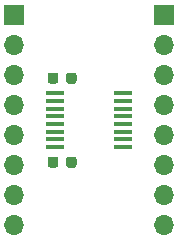
<source format=gbr>
%TF.GenerationSoftware,KiCad,Pcbnew,(5.1.10)-1*%
%TF.CreationDate,2021-11-29T14:55:10-06:00*%
%TF.ProjectId,DAC7678_16TSSOP,44414337-3637-4385-9f31-365453534f50,rev?*%
%TF.SameCoordinates,Original*%
%TF.FileFunction,Soldermask,Top*%
%TF.FilePolarity,Negative*%
%FSLAX46Y46*%
G04 Gerber Fmt 4.6, Leading zero omitted, Abs format (unit mm)*
G04 Created by KiCad (PCBNEW (5.1.10)-1) date 2021-11-29 14:55:10*
%MOMM*%
%LPD*%
G01*
G04 APERTURE LIST*
%ADD10O,1.700000X1.700000*%
%ADD11R,1.700000X1.700000*%
%ADD12R,1.570000X0.410000*%
G04 APERTURE END LIST*
D10*
%TO.C,J2*%
X140970000Y-97790000D03*
X140970000Y-95250000D03*
X140970000Y-92710000D03*
X140970000Y-90170000D03*
X140970000Y-87630000D03*
X140970000Y-85090000D03*
X140970000Y-82550000D03*
D11*
X140970000Y-80010000D03*
%TD*%
D10*
%TO.C,J1*%
X128270000Y-97790000D03*
X128270000Y-95250000D03*
X128270000Y-92710000D03*
X128270000Y-90170000D03*
X128270000Y-87630000D03*
X128270000Y-85090000D03*
X128270000Y-82550000D03*
D11*
X128270000Y-80010000D03*
%TD*%
D12*
%TO.C,U1*%
X137490000Y-86625000D03*
X137490000Y-87275000D03*
X137490000Y-87925000D03*
X137490000Y-88575000D03*
X137490000Y-89225000D03*
X137490000Y-89875000D03*
X137490000Y-90525000D03*
X137490000Y-91175000D03*
X131750000Y-91175000D03*
X131750000Y-90525000D03*
X131750000Y-89875000D03*
X131750000Y-89225000D03*
X131750000Y-88575000D03*
X131750000Y-87925000D03*
X131750000Y-87275000D03*
X131750000Y-86625000D03*
%TD*%
%TO.C,C2*%
G36*
G01*
X131996000Y-85094000D02*
X131996000Y-85594000D01*
G75*
G02*
X131771000Y-85819000I-225000J0D01*
G01*
X131321000Y-85819000D01*
G75*
G02*
X131096000Y-85594000I0J225000D01*
G01*
X131096000Y-85094000D01*
G75*
G02*
X131321000Y-84869000I225000J0D01*
G01*
X131771000Y-84869000D01*
G75*
G02*
X131996000Y-85094000I0J-225000D01*
G01*
G37*
G36*
G01*
X133546000Y-85094000D02*
X133546000Y-85594000D01*
G75*
G02*
X133321000Y-85819000I-225000J0D01*
G01*
X132871000Y-85819000D01*
G75*
G02*
X132646000Y-85594000I0J225000D01*
G01*
X132646000Y-85094000D01*
G75*
G02*
X132871000Y-84869000I225000J0D01*
G01*
X133321000Y-84869000D01*
G75*
G02*
X133546000Y-85094000I0J-225000D01*
G01*
G37*
%TD*%
%TO.C,C1*%
G36*
G01*
X132646000Y-92706000D02*
X132646000Y-92206000D01*
G75*
G02*
X132871000Y-91981000I225000J0D01*
G01*
X133321000Y-91981000D01*
G75*
G02*
X133546000Y-92206000I0J-225000D01*
G01*
X133546000Y-92706000D01*
G75*
G02*
X133321000Y-92931000I-225000J0D01*
G01*
X132871000Y-92931000D01*
G75*
G02*
X132646000Y-92706000I0J225000D01*
G01*
G37*
G36*
G01*
X131096000Y-92706000D02*
X131096000Y-92206000D01*
G75*
G02*
X131321000Y-91981000I225000J0D01*
G01*
X131771000Y-91981000D01*
G75*
G02*
X131996000Y-92206000I0J-225000D01*
G01*
X131996000Y-92706000D01*
G75*
G02*
X131771000Y-92931000I-225000J0D01*
G01*
X131321000Y-92931000D01*
G75*
G02*
X131096000Y-92706000I0J225000D01*
G01*
G37*
%TD*%
M02*

</source>
